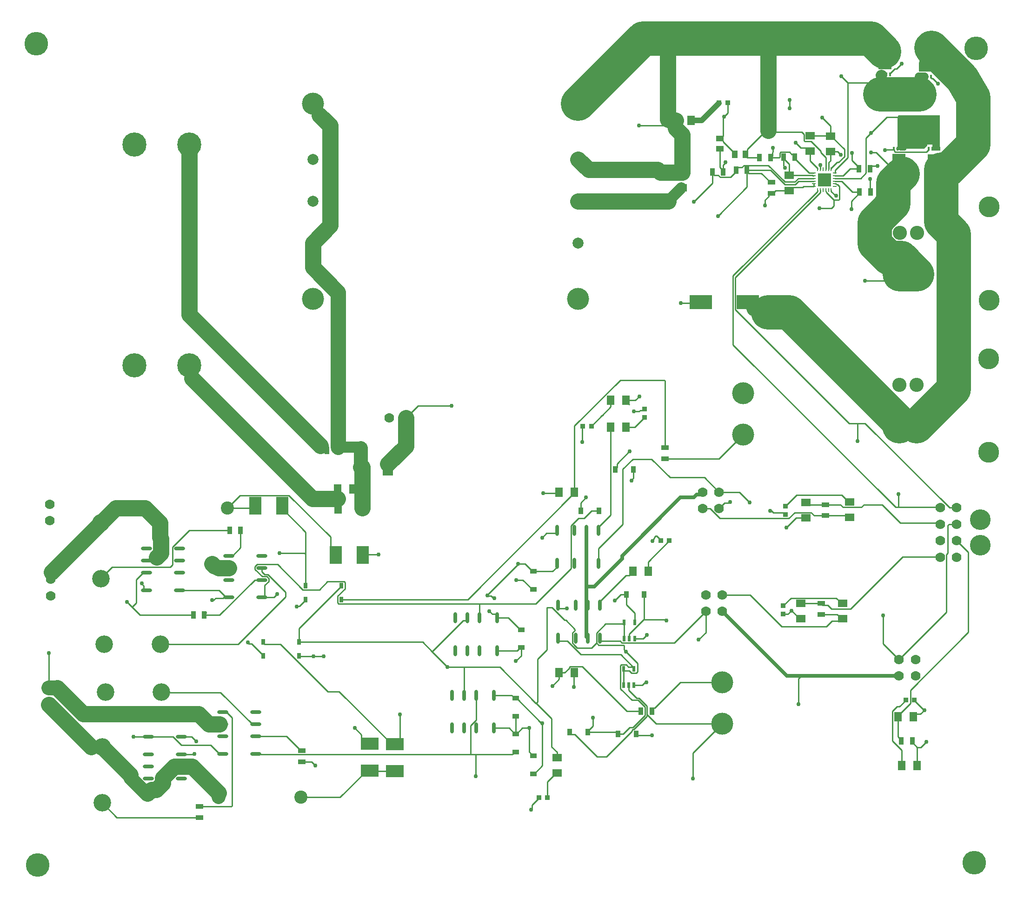
<source format=gtl>
G04*
G04 #@! TF.GenerationSoftware,Altium Limited,Altium Designer,21.7.2 (23)*
G04*
G04 Layer_Physical_Order=1*
G04 Layer_Color=255*
%FSLAX25Y25*%
%MOIN*%
G70*
G04*
G04 #@! TF.SameCoordinates,E30EF456-83D5-485C-94B1-8EC378115786*
G04*
G04*
G04 #@! TF.FilePolarity,Positive*
G04*
G01*
G75*
%ADD10C,0.01000*%
%ADD17R,0.01654X0.02756*%
%ADD18R,0.09331X0.06732*%
%ADD19C,0.03000*%
%ADD20O,0.02756X0.07874*%
%ADD21R,0.04803X0.03583*%
%ADD22R,0.03543X0.05315*%
%ADD23R,0.00984X0.02756*%
%ADD24R,0.09646X0.09646*%
%ADD25R,0.02756X0.00984*%
%ADD26R,0.06890X0.05709*%
%ADD27R,0.05709X0.06890*%
%ADD28R,0.12795X0.08661*%
%ADD29O,0.07874X0.02756*%
%ADD30R,0.08661X0.12795*%
%ADD31R,0.03583X0.04803*%
%ADD32R,0.05315X0.03543*%
%ADD33R,0.03543X0.03740*%
%ADD34R,0.03740X0.03543*%
%ADD35R,0.02362X0.03937*%
%ADD36R,0.07717X0.12402*%
%ADD37R,0.05512X0.08268*%
%ADD38R,0.03150X0.03937*%
%ADD39R,0.16339X0.09843*%
%ADD40R,0.04134X0.05512*%
%ADD41R,0.05512X0.04134*%
%ADD77C,0.24800*%
%ADD78C,0.02500*%
%ADD79C,0.02000*%
%ADD80C,0.24799*%
%ADD81C,0.01968*%
%ADD82C,0.07874*%
%ADD83C,0.06299*%
%ADD84C,0.11811*%
%ADD85C,0.05906*%
%ADD86C,0.10000*%
%ADD87C,0.10236*%
%ADD88C,0.03937*%
%ADD89C,0.11024*%
%ADD90C,0.15748*%
%ADD91C,0.10630*%
%ADD92C,0.07000*%
%ADD93C,0.10158*%
%ADD94C,0.15000*%
%ADD95C,0.15748*%
%ADD96C,0.07874*%
%ADD97C,0.12598*%
%ADD98C,0.09449*%
%ADD99C,0.17323*%
%ADD100C,0.14800*%
%ADD101C,0.16929*%
G36*
X667717Y-102362D02*
X662598D01*
Y-98032D01*
X658661D01*
Y-98819D01*
X656496Y-100984D01*
X637303D01*
Y-78248D01*
X638189Y-77165D01*
X667717D01*
Y-102362D01*
D02*
G37*
D10*
X617717Y-131496D02*
X618110Y-131890D01*
X617717Y-131496D02*
Y-122835D01*
X618988Y-113386D02*
X623228D01*
X622047Y-103543D02*
X631299Y-112795D01*
X618504Y-103543D02*
X622047D01*
X631299Y-112795D02*
X634744D01*
X638583Y-78347D02*
X638976Y-77953D01*
X629921Y-78347D02*
X638583D01*
X618504Y-89764D02*
X629921Y-78347D01*
X637303Y-100984D02*
X637402Y-100886D01*
X634744Y-101259D02*
X635071Y-101586D01*
X614945Y-118426D02*
Y-93323D01*
X611127Y-122244D02*
X614945Y-118426D01*
X617717Y-115354D02*
Y-114657D01*
X635657Y-103362D02*
X658213D01*
X617717Y-114657D02*
X618988Y-113386D01*
X635071Y-102776D02*
X635657Y-103362D01*
X614945Y-93323D02*
X618504Y-89764D01*
X635071Y-102776D02*
Y-101586D01*
X658213Y-103362D02*
X659941Y-101634D01*
X652783Y-61051D02*
X654098Y-62365D01*
X626606Y-48280D02*
X627058Y-48287D01*
X627058D01*
X625972Y-49382D02*
X627067Y-48287D01*
X625859Y-48267D02*
X626606Y-48280D01*
X627058Y-48287D02*
X627067Y-48287D01*
X652783Y-61051D02*
Y-49409D01*
X625197Y-62205D02*
Y-53681D01*
Y-63194D02*
Y-62205D01*
X662009Y-50651D02*
X662856D01*
X666535Y-54331D01*
X661646Y-50287D02*
X662009Y-50651D01*
X661344Y-50287D02*
X661646D01*
X601713Y-53681D02*
X625197D01*
Y-50157D01*
X625972Y-49382D01*
X653512Y-63779D02*
X654098Y-63194D01*
Y-62365D01*
X625197Y-63194D02*
X625783Y-63779D01*
X661319Y-49409D02*
X661344Y-50287D01*
X609055Y-115354D02*
Y-113681D01*
X628346Y-101969D02*
X628729Y-101586D01*
X634417D01*
X634744Y-101259D01*
Y-100984D01*
X642421Y-113347D02*
Y-112795D01*
X659941Y-101634D02*
Y-101083D01*
X544882Y-86221D02*
X547638Y-88976D01*
X544882Y-86221D02*
Y-86221D01*
X674675Y-358533D02*
X679850D01*
X608661Y-298031D02*
X614173D01*
X674675Y-358533D01*
X595265Y-137795D02*
X595807Y-137253D01*
Y-128153D01*
X594312Y-126657D02*
X595807Y-128153D01*
X593866Y-126657D02*
X594312D01*
X593390Y-126181D02*
X593866Y-126657D01*
X592520Y-126181D02*
X593390D01*
X583465Y-78740D02*
X589370Y-84646D01*
Y-92126D02*
Y-84646D01*
X574803Y-91732D02*
X588976D01*
X589370Y-92126D01*
X512992Y-78494D02*
Y-77953D01*
X515650Y-75295D02*
Y-68110D01*
X512992Y-77953D02*
X515650Y-75295D01*
X512492Y-78994D02*
X512992Y-78494D01*
X512492Y-92134D02*
Y-78994D01*
X520866Y-105118D02*
Y-104429D01*
X512492Y-96055D02*
X520866Y-104429D01*
X512492Y-96055D02*
Y-95268D01*
X510925Y-93701D02*
X512492Y-95268D01*
X592520Y-122244D02*
X611127D01*
X519547Y-241595D02*
Y-192150D01*
X580118Y-131579D01*
X519547Y-241595D02*
X636092Y-358139D01*
X638583D01*
X672550Y-392069D02*
X673622Y-390997D01*
Y-371125D01*
X674414Y-370333D01*
X672550Y-433366D02*
Y-392069D01*
X674414Y-370333D02*
X679850D01*
X463967Y-378870D02*
X464795D01*
X463260Y-379577D02*
X463967Y-378870D01*
X463260Y-380450D02*
Y-379577D01*
X461885Y-382366D02*
Y-381824D01*
X464795Y-378870D02*
X466445Y-380520D01*
X461885Y-381824D02*
X463260Y-380450D01*
X466445Y-380520D02*
X466543D01*
X467815Y-381890D02*
Y-381791D01*
X466543Y-380520D02*
X467815Y-381791D01*
X498990Y-336796D02*
X509449Y-347255D01*
X474348Y-336796D02*
X498990D01*
X509449Y-347255D02*
X524027D01*
X440551Y-370401D02*
Y-330854D01*
X423228Y-387723D02*
X440551Y-370401D01*
X423228Y-398425D02*
Y-387723D01*
X445276Y-318110D02*
X445413D01*
X436409Y-326976D02*
X445276Y-318110D01*
X446850Y-338435D02*
X448032Y-337254D01*
Y-331102D01*
X446850Y-332283D02*
X448032Y-331102D01*
X446850Y-338976D02*
Y-338435D01*
X436409Y-329811D02*
Y-326976D01*
X452425Y-289370D02*
X452925Y-288870D01*
X455027D01*
X448425Y-289370D02*
X452425D01*
X511800Y-420877D02*
X531674D01*
X596681Y-439539D02*
X598032Y-438189D01*
X531674Y-420877D02*
X554340Y-443543D01*
X586583D01*
X124213Y-535236D02*
X133268D01*
X124016Y-535433D02*
X124213Y-535236D01*
X97154Y-416905D02*
Y-414624D01*
X96318Y-404307D02*
X97129Y-405118D01*
X95669Y-413140D02*
X97154Y-414624D01*
X86024Y-426968D02*
X88779Y-429724D01*
X74417Y-401181D02*
X116142D01*
X98425Y-405118D02*
X98819Y-405512D01*
X95669Y-413140D02*
Y-412598D01*
X116142Y-401181D02*
X117898Y-399425D01*
X66535Y-409063D02*
X74417Y-401181D01*
X66535Y-409449D02*
Y-409063D01*
X99213Y-396457D02*
X101772D01*
X117898Y-399425D02*
Y-386810D01*
X129905Y-374803D01*
X158661D01*
X252347Y-329528D02*
Y-315165D01*
X236221Y-351969D02*
Y-344882D01*
Y-358268D02*
Y-351969D01*
Y-358268D02*
X236614Y-358661D01*
X236221Y-344882D02*
Y-344291D01*
X445284Y-406882D02*
X447638Y-404528D01*
X442921Y-406882D02*
X445284D01*
X424016Y-425787D02*
X442921Y-406882D01*
X424016Y-428346D02*
Y-425787D01*
X405823Y-456906D02*
X407792Y-458874D01*
X418215D01*
X405708Y-456906D02*
X405823D01*
X418215Y-458874D02*
X421638Y-455451D01*
X303937Y-461811D02*
X314690Y-472564D01*
X326772Y-472835D02*
X327165D01*
X314961D02*
X326772D01*
X314690D02*
X314961D01*
X421638Y-453728D02*
Y-448424D01*
X441535Y-460481D02*
X451181Y-470126D01*
X421638Y-448424D02*
X428190Y-441872D01*
X406279Y-446461D02*
Y-445632D01*
X404315Y-455513D02*
X405708Y-456906D01*
X404315Y-455513D02*
Y-448424D01*
X399729Y-439083D02*
X406279Y-445632D01*
X394906Y-454028D02*
X400709D01*
X410387Y-463705D02*
X439099D01*
X404315Y-448424D02*
X406279Y-446461D01*
X400709Y-454028D02*
X410387Y-463705D01*
X601713Y-107427D02*
Y-53681D01*
X632185Y-47736D02*
Y-47185D01*
X635536Y-43834D01*
X636874D01*
X640551Y-40157D01*
X597047Y-49016D02*
X601713Y-53681D01*
X451968Y-84252D02*
X468706D01*
X472835Y-80123D01*
X614173Y-195669D02*
X634331D01*
X639055Y-190945D01*
X363779Y-520709D02*
Y-508032D01*
X363169Y-520709D02*
X363779D01*
X348031Y-516535D02*
X358996D01*
X363169Y-520709D01*
X364390Y-495118D02*
X382264Y-512992D01*
X363779Y-495118D02*
X364390D01*
X382264Y-512992D02*
X382677D01*
X360965Y-492913D02*
X363169Y-495118D01*
X363779D01*
X348031Y-492913D02*
X360965D01*
X331496Y-535524D02*
X334646D01*
X181582D02*
X331496D01*
Y-514550D01*
X335433Y-510613D02*
Y-492913D01*
X331496Y-514550D02*
X335433Y-510613D01*
X327165Y-472835D02*
X352362D01*
X326772Y-492913D02*
Y-473228D01*
X327165Y-472835D01*
X382677Y-543524D02*
Y-512992D01*
X376988Y-549213D02*
X382677Y-543524D01*
X344939Y-432677D02*
X347032Y-434770D01*
X350394Y-437402D02*
Y-435581D01*
X349583Y-434770D02*
X350394Y-435581D01*
X347032Y-434770D02*
X349583D01*
X344882Y-432677D02*
X344939D01*
X343690Y-421642D02*
X346298D01*
X347884Y-423228D01*
X343307Y-421260D02*
X343690Y-421642D01*
X347884Y-423228D02*
X348425D01*
X378237Y-427260D02*
X403528Y-401969D01*
X337795Y-427260D02*
X378237D01*
X236790D02*
X337795D01*
X337795Y-427260D02*
X337795Y-427260D01*
X337795Y-437402D02*
Y-427260D01*
X350394Y-437402D02*
X358602D01*
X367106Y-445905D01*
X367717D01*
X363779Y-468504D02*
X367717Y-464567D01*
Y-458819D01*
X367106D02*
X367717D01*
X350394Y-461024D02*
X364902D01*
X367106Y-458819D01*
X296969Y-454843D02*
X303937Y-461811D01*
X329134Y-438681D02*
Y-437402D01*
X328323Y-439492D02*
X329134Y-438681D01*
X326256Y-439492D02*
X328323D01*
X303937Y-461811D02*
X326256Y-439492D01*
X378150Y-498622D02*
X378543D01*
X386221Y-429921D02*
X389747D01*
X398909Y-439083D01*
X386221Y-460433D02*
Y-429921D01*
X398909Y-439083D02*
X399729D01*
X94488Y-435433D02*
X132677D01*
X88779Y-429724D02*
X94488Y-435433D01*
X91732Y-426772D02*
Y-410039D01*
X88779Y-429724D02*
X91732Y-426772D01*
X151591Y-435433D02*
X176788Y-410236D01*
X140551Y-435433D02*
X141823Y-434161D01*
Y-433276D01*
X140551Y-435433D02*
X151591D01*
X560236Y-72047D02*
Y-66142D01*
X548032Y-103394D02*
Y-100394D01*
X546457Y-107480D02*
X547728Y-106209D01*
Y-103697D01*
X548032Y-103394D01*
X555905Y-107972D02*
Y-107087D01*
Y-113238D02*
Y-107972D01*
Y-113238D02*
X556693Y-114026D01*
Y-114567D02*
Y-114026D01*
X504724Y-118602D02*
Y-117717D01*
Y-125591D02*
Y-118602D01*
X491339Y-138976D02*
X504724Y-125591D01*
X610236Y-132776D02*
Y-131890D01*
X604331Y-138681D02*
X610236Y-132776D01*
X604331Y-144488D02*
Y-138681D01*
X603441Y-115354D02*
X609055D01*
X604724Y-109350D02*
Y-103937D01*
Y-109350D02*
X609055Y-113681D01*
X608661Y-298031D02*
Y-298031D01*
Y-310630D02*
Y-298031D01*
X602720D02*
X608661D01*
X608661Y-298031D01*
X638583Y-358139D02*
X667657D01*
X638189Y-357746D02*
Y-348819D01*
Y-357746D02*
X638583Y-358139D01*
X521047Y-216359D02*
X602720Y-298031D01*
X566535Y-481091D02*
X568504Y-479123D01*
X566535Y-499213D02*
Y-481091D01*
X529528Y-117421D02*
Y-116535D01*
Y-128347D02*
Y-117421D01*
X508661Y-149213D02*
X529528Y-128347D01*
X572449Y-100402D02*
X574803Y-102756D01*
X564567Y-96850D02*
X568118Y-100402D01*
X572449D01*
X482283Y-211811D02*
X495768D01*
X496555Y-211024D01*
X582087Y-115748D02*
X582094Y-115740D01*
Y-112787D01*
X582283Y-112598D01*
X589370Y-92126D02*
X589961D01*
X595189Y-110709D02*
X599350Y-106547D01*
Y-101516D01*
X594130Y-110709D02*
X595189D01*
X589961Y-92126D02*
X599350Y-101516D01*
X589961Y-114878D02*
X594130Y-110709D01*
X589961Y-115748D02*
Y-114878D01*
X594488Y-103150D02*
X596850Y-105512D01*
X589370Y-103150D02*
X594488D01*
X653642Y-49409D02*
X654232D01*
X592833Y-118307D02*
X592840Y-118299D01*
X592520Y-118307D02*
X592833D01*
X592840Y-118299D02*
Y-116299D01*
X601713Y-107427D01*
X581496Y-143701D02*
X590279D01*
X591794Y-142185D01*
Y-137795D01*
X593027Y-134646D02*
X593307D01*
X589961Y-131579D02*
Y-130709D01*
Y-131579D02*
X593027Y-134646D01*
X591794Y-137795D02*
X595265D01*
X587086Y-133087D02*
X591794Y-137795D01*
X587086Y-133087D02*
X587086D01*
X586500Y-132501D02*
X587086Y-133087D01*
X530217Y-211024D02*
X534638Y-215445D01*
X586031Y-131587D02*
X586500Y-132055D01*
Y-132501D02*
Y-132055D01*
X521047Y-193520D02*
X582079Y-132488D01*
X521047Y-216359D02*
Y-193520D01*
X582079Y-130717D02*
X582087Y-130709D01*
X582079Y-132488D02*
Y-130717D01*
X580118Y-131579D02*
Y-130709D01*
X512598Y-116831D02*
Y-112746D01*
Y-117717D02*
Y-116831D01*
X514173Y-111171D02*
Y-110630D01*
X512598Y-112746D02*
X514173Y-111171D01*
X589370Y-109502D02*
Y-103150D01*
X587992Y-110880D02*
X589370Y-109502D01*
X587992Y-115748D02*
Y-110880D01*
X580118Y-115748D02*
Y-114878D01*
X574803Y-109563D02*
Y-102756D01*
Y-109563D02*
X580118Y-114878D01*
X657480Y-42224D02*
X658779D01*
X598520Y-120276D02*
X603441Y-115354D01*
X592520Y-120276D02*
X598520D01*
X546358Y-133071D02*
X547244D01*
X545087Y-134343D02*
X546358Y-133071D01*
X545087Y-135228D02*
Y-134343D01*
X542583Y-137732D02*
X545087Y-135228D01*
X542583Y-141669D02*
Y-137732D01*
X542520Y-141732D02*
X542583Y-141669D01*
X597339Y-124213D02*
X605016Y-131890D01*
X610236D01*
X592520Y-124213D02*
X597339D01*
X576492Y-120079D02*
X576689Y-120276D01*
X577559D01*
X559842Y-120079D02*
X576492D01*
X556853Y-124803D02*
X563920D01*
X566479Y-122244D01*
X544928Y-112878D02*
X556853Y-124803D01*
X564073Y-126772D02*
X566632Y-124213D01*
X562787Y-128748D02*
X569435D01*
X560433Y-131102D02*
X562787Y-128748D01*
X570034Y-128150D02*
X577559D01*
X546464Y-116535D02*
X556701Y-126772D01*
X564073D01*
X569435Y-128748D02*
X570034Y-128150D01*
X550098Y-131102D02*
X560433D01*
X566479Y-122244D02*
X577559D01*
X527342Y-112878D02*
X544928D01*
X522925Y-114378D02*
X525842D01*
X521654Y-115650D02*
X522925Y-114378D01*
X525842D02*
X527342Y-112878D01*
X529528Y-116535D02*
X546464D01*
X521654D02*
Y-115650D01*
X566632Y-124213D02*
X577559D01*
X529528Y-117421D02*
X530799Y-118693D01*
X539854D01*
X546358Y-125197D02*
X547244D01*
X539854Y-118693D02*
X546358Y-125197D01*
X555905Y-107972D02*
X559842Y-111909D01*
Y-120079D02*
Y-111909D01*
X505996Y-119874D02*
X508913D01*
X521654Y-117421D02*
Y-116535D01*
X504724Y-118602D02*
X505996Y-119874D01*
X508913D02*
X510413Y-121374D01*
X517701D01*
X521654Y-117421D01*
X548130Y-133071D02*
X550098Y-131102D01*
X547244Y-133071D02*
X548130D01*
X577559Y-128150D02*
Y-126181D01*
X563779Y-107972D02*
X574114Y-118307D01*
X577559D01*
X563779Y-107972D02*
Y-107087D01*
X561622Y-104929D02*
X562508D01*
X560122Y-103429D02*
X561622Y-104929D01*
X553720Y-103429D02*
X560122D01*
X553134Y-104015D02*
X553720Y-103429D01*
X563779Y-107087D02*
Y-106201D01*
X562508Y-104929D02*
X563779Y-106201D01*
X553134Y-106895D02*
Y-104015D01*
X546457Y-107480D02*
X552548D01*
X553134Y-106895D01*
X547638Y-88976D02*
X568737D01*
X570358Y-90598D01*
Y-95001D02*
X570944Y-95587D01*
X575347D01*
X570358Y-95001D02*
Y-90598D01*
X575347Y-95587D02*
X582339Y-102578D01*
X529637Y-101465D02*
X544882Y-86221D01*
X528346Y-105118D02*
X529637Y-103827D01*
Y-101465D01*
X582339Y-103832D02*
Y-102578D01*
Y-103832D02*
X586024Y-107517D01*
Y-115748D02*
Y-107517D01*
X529913Y-107374D02*
X530602D01*
X530709Y-107480D01*
X528346Y-105807D02*
Y-105118D01*
Y-105807D02*
X529913Y-107374D01*
X530709Y-107480D02*
X538583D01*
X510236Y-114469D02*
X512598Y-116831D01*
X510236Y-114469D02*
Y-101181D01*
Y-93701D02*
X510925D01*
X512492Y-92134D01*
X472185Y-21910D02*
X472835D01*
X478375Y-85068D02*
Y-80737D01*
X509547Y-68209D02*
Y-68110D01*
X482480Y-129134D02*
X483071D01*
X277165Y-528150D02*
X280709Y-524606D01*
Y-506693D01*
X335039Y-551181D02*
Y-535917D01*
X334646Y-535524D02*
X335039Y-535917D01*
X334646Y-535524D02*
X361292D01*
X183138Y-422835D02*
X190551D01*
X181890D02*
X183138D01*
X190551D02*
X192913Y-420472D01*
X109055Y-456299D02*
X164961D01*
X186055Y-406358D02*
X198819Y-419122D01*
X164961Y-456299D02*
X198819Y-422441D01*
Y-419122D01*
X172419Y-455884D02*
X174309D01*
X171653Y-455118D02*
X172419Y-455884D01*
X174309D02*
X182874Y-464449D01*
X365354Y-399016D02*
Y-398819D01*
X343307Y-421260D02*
Y-421063D01*
X365354Y-399016D01*
X213189Y-391732D02*
Y-375886D01*
Y-414291D02*
Y-391732D01*
X212402Y-390945D02*
X213189Y-391732D01*
X194488Y-390945D02*
X212402D01*
X254528Y-392126D02*
X265354D01*
X254134Y-392520D02*
X254528Y-392126D01*
X177559Y-535039D02*
X177895Y-535375D01*
X181434D01*
X181582Y-535524D01*
X361878Y-534938D02*
Y-534913D01*
X361292Y-535524D02*
X361878Y-534938D01*
X110236Y-490945D02*
X152165D01*
X109843Y-490551D02*
X110236Y-490945D01*
X218307Y-71965D02*
Y-68583D01*
Y-71965D02*
X223244Y-76903D01*
X133268Y-535236D02*
X133465Y-535039D01*
X210630Y-540551D02*
X217323D01*
X220079Y-543307D01*
X137008Y-572835D02*
X159788D01*
X160374Y-572249D01*
Y-508996D01*
X175000Y-513779D02*
X177559D01*
X152165Y-490945D02*
X175000Y-513779D01*
X182874Y-455236D02*
X183949Y-456311D01*
X228979Y-490315D02*
X237264D01*
X275098Y-528150D02*
X277165D01*
X182874Y-455236D02*
Y-454843D01*
X183949Y-456311D02*
X194975D01*
X228979Y-490315D01*
X237264D02*
X275098Y-528150D01*
X256988Y-527756D02*
X259055D01*
X253157Y-523925D02*
X256988Y-527756D01*
X253157Y-523925D02*
Y-521268D01*
X248425Y-516535D02*
X253157Y-521268D01*
X259252Y-547244D02*
X282677D01*
X209842Y-566142D02*
X237894D01*
X256988Y-547047D01*
X259055D01*
X361878Y-534913D02*
X363169Y-533622D01*
X177559Y-522441D02*
X199508D01*
X209744Y-532677D01*
X210630D01*
Y-540551D02*
X211902Y-541823D01*
X153937Y-505118D02*
X156496D01*
X160374Y-508996D01*
X89764Y-522835D02*
X100394D01*
X151378Y-535039D02*
X153937D01*
X145108Y-528769D02*
X151378Y-535039D01*
X124028Y-528769D02*
X145108D01*
X118094Y-522835D02*
X124028Y-528769D01*
X100394Y-522835D02*
X118094D01*
X154659Y-421310D02*
Y-421228D01*
X151147Y-417717D02*
X154659Y-421228D01*
X156184Y-422835D02*
X158268D01*
X154659Y-421310D02*
X156184Y-422835D01*
X157932Y-423171D02*
X158268Y-422835D01*
X154245Y-423228D02*
X154303Y-423171D01*
X147145Y-424803D02*
X148720Y-423228D01*
X154303Y-423171D02*
X157932D01*
X148720Y-423228D02*
X154245D01*
X146063Y-424803D02*
X147145D01*
X131496Y-522835D02*
X134646Y-525984D01*
X124016Y-522835D02*
X131496D01*
X361878Y-532331D02*
X363169Y-533622D01*
X363779D01*
X259055Y-547047D02*
X259252Y-547244D01*
X137008Y-580709D02*
X137894D01*
X77953D02*
X137008D01*
X67323Y-570079D02*
X77953Y-580709D01*
X59449Y-529921D02*
X67323D01*
X151378Y-513779D02*
X153937D01*
X210630Y-532677D02*
X211516D01*
X240769Y-411323D02*
X241354Y-411909D01*
X228953Y-411323D02*
X240769D01*
X223016Y-417260D02*
X228953Y-411323D01*
X182251Y-407858D02*
X185434D01*
X186827Y-409251D01*
Y-411221D02*
Y-409251D01*
X183949Y-414099D02*
X186827Y-411221D01*
X236205Y-426674D02*
X236790Y-427260D01*
X183949Y-422023D02*
Y-414099D01*
X236205Y-426674D02*
Y-421866D01*
X183138Y-422835D02*
X183949Y-422023D01*
X236205Y-421866D02*
X241354Y-416716D01*
Y-411909D01*
X176953Y-402560D02*
X182251Y-407858D01*
X176953Y-400590D02*
X178346Y-399197D01*
X193137D02*
X211200Y-417260D01*
X181890Y-404314D02*
X183934Y-406358D01*
X176953Y-402560D02*
Y-400590D01*
X178346Y-399197D02*
X193137D01*
X183934Y-406358D02*
X186055D01*
X211200Y-417260D02*
X223016D01*
X329449Y-424291D02*
X405905Y-347835D01*
Y-347244D02*
Y-299767D01*
Y-347835D02*
Y-347244D01*
X238779Y-424291D02*
X329449D01*
X196457Y-359154D02*
X213189Y-375886D01*
X181890Y-404314D02*
Y-401575D01*
X208729Y-429145D02*
X213189Y-424685D01*
X207076Y-429145D02*
X208729D01*
X206693Y-429528D02*
X207076Y-429145D01*
X176788Y-410236D02*
X181890D01*
X122835Y-417717D02*
X151147D01*
X97129Y-405118D02*
X98425D01*
X96653D02*
X97129D01*
X98425D02*
X99213D01*
X160827Y-392913D02*
X166535Y-387205D01*
X158268Y-392913D02*
X160827D01*
X166535Y-387205D02*
Y-374803D01*
X231012Y-388689D02*
X234842Y-392520D01*
X231012Y-388689D02*
Y-379499D01*
X201202Y-349689D02*
X231012Y-379499D01*
X166059Y-349689D02*
X201202D01*
X157087Y-358661D02*
X166059Y-349689D01*
X91732Y-410039D02*
X96653Y-405118D01*
X365354Y-398819D02*
X370413D01*
X375768Y-404173D02*
X376378D01*
X370413Y-398819D02*
X375768Y-404173D01*
X97154Y-416905D02*
X97965Y-417717D01*
X99213D01*
X196457Y-359154D02*
Y-357087D01*
X157087Y-358661D02*
X175591D01*
X177165Y-357087D01*
X213189Y-424685D02*
Y-424291D01*
X208465Y-445000D02*
X238779Y-414685D01*
X208465Y-454843D02*
Y-445000D01*
X238779Y-414685D02*
Y-414291D01*
X434646Y-425197D02*
X438976Y-420866D01*
X530217Y-211024D02*
X533465D01*
X447757Y-323648D02*
X461200D01*
X440551Y-330854D02*
X447757Y-323648D01*
X461200D02*
X474348Y-336796D01*
X236221Y-317323D02*
Y-315165D01*
X252347D02*
X252933Y-315751D01*
X272264Y-329528D02*
Y-327185D01*
X285039Y-294094D02*
X293701Y-285433D01*
X638594Y-467323D02*
X672550Y-433366D01*
X667657Y-393539D02*
X668050Y-393933D01*
X641166Y-393539D02*
X667657D01*
X679850Y-382133D02*
X688189Y-390472D01*
Y-447691D02*
Y-390472D01*
X646638Y-489243D02*
X688189Y-447691D01*
X668137Y-369291D02*
X668587Y-369742D01*
X639149Y-368999D02*
X639441Y-369291D01*
X668137D01*
X668587Y-369742D02*
X669295Y-369291D01*
X626449Y-356299D02*
X639149Y-368999D01*
X447209Y-518050D02*
X447794Y-517465D01*
X447209Y-518630D02*
Y-518050D01*
X447794Y-517465D02*
X448374D01*
X471654Y-438677D02*
X471726Y-438605D01*
X455492Y-438677D02*
X471654D01*
X445276Y-448894D02*
X455492Y-438677D01*
X455905Y-438264D01*
X651575Y-530413D02*
X654232D01*
X658268Y-526378D01*
X627165Y-455895D02*
Y-435827D01*
Y-455895D02*
X638594Y-467323D01*
X497649Y-347255D02*
X498797Y-346107D01*
X449606Y-281496D02*
X452362Y-278740D01*
X442913Y-281496D02*
X449606D01*
X438743Y-266929D02*
X470280D01*
X470866Y-315354D02*
Y-267515D01*
X405905Y-299767D02*
X438743Y-266929D01*
X470280D02*
X470866Y-267515D01*
X451181Y-476020D02*
Y-470126D01*
X450217Y-476984D02*
X451181Y-476020D01*
X446770Y-476984D02*
X450217D01*
X447753Y-515965D02*
X456315Y-507402D01*
X451522Y-496466D02*
X456315Y-501259D01*
Y-507402D02*
Y-501259D01*
X428693Y-537146D02*
X447209Y-518630D01*
X422053Y-537146D02*
X428693D01*
X437087Y-520583D02*
X440756D01*
X445374Y-515965D01*
X447753D01*
X389627Y-530066D02*
X393307Y-533747D01*
Y-537795D02*
Y-533747D01*
X386614Y-566535D02*
Y-554921D01*
X392717Y-548819D01*
X393307D01*
X374803Y-575197D02*
X375569Y-574432D01*
Y-571577D01*
X389627Y-530066D02*
Y-509705D01*
X378543Y-498622D02*
X389627Y-509705D01*
X415512Y-519291D02*
Y-518681D01*
X419291Y-514902D01*
Y-509055D01*
X218898Y-464961D02*
X225984D01*
X208583D02*
X218898D01*
X394882Y-476772D02*
X398902D01*
X394882D02*
Y-476181D01*
Y-481496D02*
Y-476772D01*
X390158Y-486221D02*
X394882Y-481496D01*
X656398Y-503543D02*
X656693D01*
X656693D01*
X648819Y-508268D02*
X650715Y-506372D01*
X653864D01*
X656693Y-503543D01*
X649409Y-496555D02*
Y-496457D01*
Y-496555D02*
X656398Y-503543D01*
X457729Y-449606D02*
X457874D01*
X449016Y-452362D02*
X454973D01*
X457729Y-449606D01*
X408465Y-208583D02*
X409094Y-209213D01*
X574803Y-91732D02*
X576772Y-93701D01*
X561417Y-432283D02*
X561614D01*
X567520Y-438189D02*
X568110D01*
X561614Y-432283D02*
X567520Y-438189D01*
X558858Y-434842D02*
X561417Y-432283D01*
X555512Y-434842D02*
X558858D01*
X548630Y-362114D02*
X555815D01*
X546063Y-360630D02*
X547145D01*
X555815Y-362114D02*
X557087Y-363386D01*
X547145Y-360630D02*
X548630Y-362114D01*
X564961Y-365748D02*
X571654D01*
X557874Y-372835D02*
X564961Y-365748D01*
X516558Y-355096D02*
X517323Y-354331D01*
X509449Y-359055D02*
X513408Y-355096D01*
X516558D01*
X524027Y-347255D02*
X531496Y-354724D01*
X455027Y-288870D02*
X456299Y-287598D01*
X435118Y-331102D02*
X436409Y-329811D01*
X411417Y-311417D02*
Y-300492D01*
X411909Y-300000D01*
X410472Y-354882D02*
X414173Y-351181D01*
X410472Y-360630D02*
Y-354882D01*
X383465Y-348031D02*
X394094D01*
X394882Y-347244D01*
X392496Y-376862D02*
X393307Y-376051D01*
X382677Y-379921D02*
X385736Y-376862D01*
X393307Y-376051D02*
Y-374803D01*
X385736Y-376862D02*
X392496D01*
X368917Y-410236D02*
X375768Y-417087D01*
X376378D01*
X364173Y-410236D02*
X368917D01*
X394094Y-429746D02*
X394906Y-430557D01*
X394094Y-429746D02*
Y-428346D01*
X394906Y-430557D02*
X400242D01*
X400394Y-430709D01*
X450787Y-521654D02*
X461417D01*
X450000Y-520866D02*
X450787Y-521654D01*
X456398Y-483858D02*
X457480D01*
X448622Y-485827D02*
X454429D01*
X456398Y-483858D01*
X405512Y-477165D02*
X405905Y-476772D01*
X405512Y-487008D02*
Y-477165D01*
X374476Y-535008D02*
X375768Y-536299D01*
X374476Y-535008D02*
Y-534398D01*
X373622Y-533543D02*
X374476Y-534398D01*
X375768Y-536299D02*
X376378D01*
X373622Y-533543D02*
Y-516535D01*
X380512Y-566634D02*
Y-566535D01*
X375569Y-571577D02*
X380512Y-566634D01*
X368563Y-516535D02*
X373622D01*
X363779Y-520709D02*
X364390D01*
X368563Y-516535D01*
X182874Y-464843D02*
Y-464449D01*
X68898Y-456299D02*
X70791Y-454405D01*
X613509Y-356299D02*
X626449D01*
X611623Y-358185D02*
X613509Y-356299D01*
X489370Y-80709D02*
Y-80118D01*
X632037Y-33415D02*
X632185Y-33563D01*
X590075Y-431020D02*
X603685D01*
X641166Y-393539D01*
X583949Y-428437D02*
X587492D01*
X590075Y-431020D01*
X582677Y-427165D02*
X583949Y-428437D01*
X646638Y-498835D02*
Y-489243D01*
X637795Y-507677D02*
X646638Y-498835D01*
X637795Y-508268D02*
Y-507677D01*
X643307Y-496555D02*
Y-496457D01*
X633941Y-504409D02*
X637232Y-501118D01*
X638744D02*
X643307Y-496555D01*
X637232Y-501118D02*
X638744D01*
X633941Y-525611D02*
Y-504409D01*
X648032Y-526870D02*
Y-525098D01*
Y-526870D02*
X651575Y-530413D01*
Y-543307D02*
Y-530413D01*
X633941Y-525611D02*
X640551Y-532221D01*
Y-543307D02*
Y-532221D01*
X637795Y-522736D02*
Y-508268D01*
Y-522736D02*
X640158Y-525098D01*
X494882Y-453150D02*
X500000Y-448032D01*
Y-432677D01*
X590587Y-439539D02*
X596681D01*
X586583Y-443543D02*
X590587Y-439539D01*
X594291Y-435039D02*
X597441Y-438189D01*
X598032D01*
X582677Y-435039D02*
X594291D01*
X555610Y-428740D02*
X561039Y-423311D01*
X593587D01*
X597441Y-427165D01*
X598032D01*
X555512Y-428740D02*
X555610D01*
X568110Y-427165D02*
X568110Y-427165D01*
X582677D01*
X490945Y-534252D02*
X511811Y-513386D01*
X490945Y-552756D02*
Y-534252D01*
X596554Y-356299D02*
X598439Y-358185D01*
X585827Y-356299D02*
X596554D01*
X598439Y-358185D02*
X611623D01*
X557185Y-357283D02*
X565098Y-349370D01*
X571654Y-354724D02*
X573228Y-356299D01*
X585827D01*
X565098Y-349370D02*
X597598D01*
X602559Y-354331D01*
X603150D01*
X557087Y-357283D02*
X557185D01*
X601968Y-364173D02*
X603150Y-365354D01*
X585827Y-364173D02*
X601968D01*
X577792D02*
X585827D01*
X575513Y-361894D02*
X577792Y-364173D01*
X563635Y-361894D02*
X575513D01*
X559371Y-366158D02*
X563635Y-361894D01*
X510187Y-366158D02*
X559371D01*
X503085Y-359055D02*
X510187Y-366158D01*
X497649Y-359055D02*
X503085D01*
X442913Y-282087D02*
X445268Y-284441D01*
X442913Y-282087D02*
Y-281496D01*
X423031Y-456906D02*
X441012D01*
X438637Y-454028D02*
X439940Y-455331D01*
X421638Y-455513D02*
Y-453728D01*
X441012Y-456906D02*
X441535Y-457428D01*
Y-460481D02*
Y-457428D01*
X439940Y-455331D02*
X477347D01*
X500000Y-432677D01*
X421638Y-455513D02*
X423031Y-456906D01*
X424016Y-453216D02*
X424827Y-454028D01*
X438637D01*
X424016Y-453216D02*
Y-451968D01*
X441535Y-452362D02*
Y-441191D01*
X406101Y-521193D02*
X422053Y-537146D01*
X402598Y-519902D02*
X403890Y-521193D01*
X406101D01*
X443456Y-504331D02*
X453543D01*
X402637Y-472327D02*
X411452D01*
X443456Y-504331D01*
X447218Y-496466D02*
X451522D01*
X438961Y-488209D02*
X447218Y-496466D01*
X438961Y-488209D02*
Y-471633D01*
X378543Y-498622D02*
X379618Y-497547D01*
Y-467035D01*
X386221Y-460433D01*
X375768Y-549213D02*
X376378D01*
X376988D01*
X352362Y-472835D02*
X378150Y-498622D01*
X439099Y-463705D02*
X447941Y-472547D01*
X448374Y-517465D02*
X457815Y-508024D01*
X438961Y-471633D02*
X439546Y-471047D01*
X442994D01*
X447941Y-472547D02*
X448622Y-473228D01*
X457815Y-506572D02*
X464629Y-513386D01*
X444494Y-472547D02*
X447941D01*
X450553Y-494967D02*
X452144D01*
X448622Y-474016D02*
Y-473228D01*
X444882Y-489295D02*
X450553Y-494967D01*
X457815Y-508024D02*
Y-506572D01*
X452144Y-494967D02*
X457815Y-500638D01*
Y-506572D02*
Y-500638D01*
X442994Y-471047D02*
X444494Y-472547D01*
X444882Y-489295D02*
Y-485827D01*
X445270Y-475484D02*
X446770Y-476984D01*
X464629Y-513386D02*
X511811D01*
X461417Y-503445D02*
X462689Y-502173D01*
X463575D02*
X481890Y-483858D01*
X462689Y-502173D02*
X463575D01*
X461417Y-504331D02*
Y-503445D01*
X481890Y-483858D02*
X511811D01*
X398902Y-476772D02*
X402051Y-473622D01*
Y-472913D01*
X402637Y-472327D01*
X455905Y-438264D02*
Y-420866D01*
X445276Y-452362D02*
Y-448894D01*
X449016Y-440551D02*
Y-433937D01*
X442992Y-427913D02*
Y-420866D01*
Y-427913D02*
X449016Y-433937D01*
X438976Y-420866D02*
X442992D01*
X447638Y-404528D02*
Y-403937D01*
X415354Y-428346D02*
Y-425787D01*
X403528Y-401969D02*
Y-371259D01*
X441535Y-441191D02*
Y-440551D01*
X428190Y-441872D02*
X440854D01*
X441535Y-441191D01*
X390118Y-404173D02*
X393307Y-400984D01*
X376378Y-404173D02*
X390118D01*
X394094Y-453216D02*
Y-451968D01*
Y-453216D02*
X394906Y-454028D01*
X441823Y-475484D02*
X445270D01*
X414567Y-398425D02*
Y-396874D01*
X442913Y-300787D02*
X449114D01*
X456201Y-293701D01*
X441142Y-474803D02*
Y-474016D01*
Y-485827D02*
Y-474803D01*
X441823Y-475484D01*
X458661Y-403937D02*
Y-397244D01*
X473917Y-381988D01*
Y-381890D01*
X435795Y-519291D02*
X437087Y-520583D01*
X415512Y-519291D02*
X435795D01*
X402598Y-519902D02*
Y-519291D01*
X473917Y-381890D02*
Y-381791D01*
X29134Y-487795D02*
Y-462598D01*
X208465Y-454843D02*
X296969D01*
X408842Y-365945D02*
X412886D01*
X418201Y-360630D01*
X403528Y-371259D02*
X408842Y-365945D01*
X418201Y-360630D02*
X423386D01*
X470866Y-323228D02*
X509449D01*
X526772Y-305906D01*
X423228Y-372244D02*
X431890Y-363583D01*
Y-300787D01*
X423228Y-374803D02*
Y-372244D01*
X456201Y-293701D02*
X456299D01*
X425537Y-292376D02*
X425636D01*
X431890Y-286122D02*
Y-281496D01*
X418012Y-300000D02*
Y-299902D01*
X425537Y-292376D01*
X425636D02*
X431890Y-286122D01*
X393307Y-400984D02*
Y-399673D01*
X394118Y-400484D01*
X393307Y-399673D02*
Y-398425D01*
X208465Y-464843D02*
X208583Y-464961D01*
X30315Y-421654D02*
X30331Y-421669D01*
X30315Y-409842D02*
X30984Y-409173D01*
Y-404843D01*
X293701Y-285433D02*
X317717D01*
X481890Y-130315D02*
X483071Y-129134D01*
D17*
X659941Y-101083D02*
D03*
X662500D02*
D03*
X665059D02*
D03*
X667618D02*
D03*
Y-112894D02*
D03*
X665059D02*
D03*
X659941D02*
D03*
X662500D02*
D03*
X637303Y-112795D02*
D03*
X634744D02*
D03*
X639862D02*
D03*
X642421D02*
D03*
Y-100984D02*
D03*
X639862D02*
D03*
X637303D02*
D03*
X634744D02*
D03*
X661319Y-49409D02*
D03*
X658760D02*
D03*
X656201D02*
D03*
X653642D02*
D03*
Y-37598D02*
D03*
X656201D02*
D03*
X661319D02*
D03*
X658760D02*
D03*
X629626Y-35925D02*
D03*
X632185D02*
D03*
X627067D02*
D03*
X624508D02*
D03*
Y-47736D02*
D03*
X627067D02*
D03*
X629626D02*
D03*
X632185D02*
D03*
D18*
X663779Y-108268D02*
D03*
X638583Y-108169D02*
D03*
X657480Y-42224D02*
D03*
X628346Y-40551D02*
D03*
D19*
X618504Y-89764D02*
D03*
X508661Y-149213D02*
D03*
X451968Y-84252D02*
D03*
X560236Y-66142D02*
D03*
X556693Y-114567D02*
D03*
X491339Y-138976D02*
D03*
X604331Y-144488D02*
D03*
X604724Y-103937D02*
D03*
X608661Y-310630D02*
D03*
X638189Y-348819D02*
D03*
X597047Y-49016D02*
D03*
X614173Y-195669D02*
D03*
X566535Y-499213D02*
D03*
X564567Y-96850D02*
D03*
X335039Y-551181D02*
D03*
X192913Y-420472D02*
D03*
X343307Y-421260D02*
D03*
X194488Y-390945D02*
D03*
X225984Y-464961D02*
D03*
X314961Y-472835D02*
D03*
X317717Y-285433D02*
D03*
X531496Y-354724D02*
D03*
X490945Y-552756D02*
D03*
X85039Y-425984D02*
D03*
X627165Y-435827D02*
D03*
X494882Y-453150D02*
D03*
X280709Y-506693D02*
D03*
X29134Y-462598D02*
D03*
X617717Y-122835D02*
D03*
X623228Y-113386D02*
D03*
X666535Y-54331D02*
D03*
X618504Y-103543D02*
D03*
X628346Y-101969D02*
D03*
X512992Y-77953D02*
D03*
X461885Y-382366D02*
D03*
X445413Y-318110D02*
D03*
X446850Y-338976D02*
D03*
X448425Y-289370D02*
D03*
X95669Y-412598D02*
D03*
X540945Y-220079D02*
D03*
X541823Y-215445D02*
D03*
X149213Y-396063D02*
D03*
X149606Y-400394D02*
D03*
X146063Y-398819D02*
D03*
X146850Y-403150D02*
D03*
X640551Y-40157D02*
D03*
X344882Y-432677D02*
D03*
X348425Y-423228D02*
D03*
X363779Y-468504D02*
D03*
X548032Y-100394D02*
D03*
X560236Y-72047D02*
D03*
X482283Y-211811D02*
D03*
X582283Y-112598D02*
D03*
X596850Y-105512D02*
D03*
X581496Y-143701D02*
D03*
X593307Y-134646D02*
D03*
X514173Y-110630D02*
D03*
X583465Y-78740D02*
D03*
X542520Y-141732D02*
D03*
X171653Y-455118D02*
D03*
X265354Y-392126D02*
D03*
X133465Y-535039D02*
D03*
X220079Y-543307D02*
D03*
X89764Y-522835D02*
D03*
X146063Y-424803D02*
D03*
X134646Y-525984D02*
D03*
X248425Y-516535D02*
D03*
X206693Y-429528D02*
D03*
X365354Y-398819D02*
D03*
X434646Y-425197D02*
D03*
X471654Y-439370D02*
D03*
X658268Y-526378D02*
D03*
X544882Y-218504D02*
D03*
X452362Y-278740D02*
D03*
X442913Y-461811D02*
D03*
X374803Y-575197D02*
D03*
X382677Y-512992D02*
D03*
X419291Y-509055D02*
D03*
X390158Y-486221D02*
D03*
X218898Y-464961D02*
D03*
X656693Y-503543D02*
D03*
X457874Y-449606D02*
D03*
X561417Y-432283D02*
D03*
X546063Y-360630D02*
D03*
X557874Y-372835D02*
D03*
X517323Y-354331D02*
D03*
X411417Y-311417D02*
D03*
X414173Y-351181D02*
D03*
X383465Y-348031D02*
D03*
X382677Y-379921D02*
D03*
X364173Y-410236D02*
D03*
X400394Y-430709D02*
D03*
X461417Y-521654D02*
D03*
X457480Y-483858D02*
D03*
X405512Y-487008D02*
D03*
X373622Y-516535D02*
D03*
D20*
X348031Y-492913D02*
D03*
X335433D02*
D03*
X326772D02*
D03*
X318110D02*
D03*
X348031Y-516535D02*
D03*
X335433Y-516535D02*
D03*
X326772D02*
D03*
X318110D02*
D03*
X350394Y-437402D02*
D03*
X337795D02*
D03*
X329134D02*
D03*
X320472D02*
D03*
X350394Y-461024D02*
D03*
X337795Y-461024D02*
D03*
X329134D02*
D03*
X320472D02*
D03*
X423228Y-374803D02*
D03*
X414567D02*
D03*
X405905D02*
D03*
X393307Y-374803D02*
D03*
X423228Y-398425D02*
D03*
X414567D02*
D03*
X405905D02*
D03*
X393307D02*
D03*
X394094Y-451968D02*
D03*
X406693D02*
D03*
X415354D02*
D03*
X424016D02*
D03*
X394094Y-428346D02*
D03*
X406693Y-428346D02*
D03*
X415354D02*
D03*
X424016D02*
D03*
D21*
X363779Y-495118D02*
D03*
Y-508032D02*
D03*
X367717Y-445905D02*
D03*
Y-458819D02*
D03*
X376378Y-536299D02*
D03*
Y-549213D02*
D03*
Y-417087D02*
D03*
Y-404173D02*
D03*
X363779Y-520709D02*
D03*
Y-533622D02*
D03*
D22*
X555905Y-107087D02*
D03*
X563779D02*
D03*
X140551Y-435433D02*
D03*
X132677D02*
D03*
X504724Y-117717D02*
D03*
X512598D02*
D03*
X521654Y-116535D02*
D03*
X529528D02*
D03*
X617717Y-115354D02*
D03*
X609842D02*
D03*
X618110Y-131890D02*
D03*
X610236D02*
D03*
X546457Y-107480D02*
D03*
X538583D02*
D03*
X461417Y-504331D02*
D03*
X453543D02*
D03*
X158661Y-374803D02*
D03*
X166535D02*
D03*
X236221Y-317323D02*
D03*
X228346D02*
D03*
X648032Y-525541D02*
D03*
X640158D02*
D03*
D23*
X586024Y-130709D02*
D03*
X589961D02*
D03*
X582087D02*
D03*
X587992D02*
D03*
X584055D02*
D03*
X580118D02*
D03*
X586024Y-115748D02*
D03*
X584055D02*
D03*
X580118D02*
D03*
X582087D02*
D03*
X587992D02*
D03*
X589961D02*
D03*
D24*
X585039Y-123228D02*
D03*
D25*
X592520Y-118307D02*
D03*
Y-120276D02*
D03*
Y-122244D02*
D03*
Y-124213D02*
D03*
Y-126181D02*
D03*
Y-128150D02*
D03*
X577559D02*
D03*
Y-126181D02*
D03*
Y-124213D02*
D03*
Y-122244D02*
D03*
Y-120276D02*
D03*
Y-118307D02*
D03*
D26*
X559842Y-120079D02*
D03*
Y-131102D02*
D03*
X393307Y-548819D02*
D03*
Y-537795D02*
D03*
X589370Y-92126D02*
D03*
Y-103150D02*
D03*
X574803Y-91732D02*
D03*
Y-102756D02*
D03*
X603150Y-354331D02*
D03*
Y-365354D02*
D03*
X571654Y-365748D02*
D03*
Y-354724D02*
D03*
X568110Y-438189D02*
D03*
Y-427165D02*
D03*
X598032D02*
D03*
Y-438189D02*
D03*
X483071Y-118110D02*
D03*
Y-129134D02*
D03*
D27*
X478346Y-80709D02*
D03*
X489370D02*
D03*
X431890Y-300787D02*
D03*
X442913D02*
D03*
X394882Y-347244D02*
D03*
X405905D02*
D03*
Y-476772D02*
D03*
X394882D02*
D03*
X637795Y-508268D02*
D03*
X648819D02*
D03*
X640551Y-543307D02*
D03*
X651575D02*
D03*
X431890Y-281496D02*
D03*
X442913D02*
D03*
X458661Y-403937D02*
D03*
X447638D02*
D03*
X247244Y-344882D02*
D03*
X236221D02*
D03*
D28*
X259055Y-527756D02*
D03*
Y-547047D02*
D03*
X277165Y-547441D02*
D03*
Y-528150D02*
D03*
D29*
X124016Y-552756D02*
D03*
Y-544095D02*
D03*
Y-535433D02*
D03*
X124016Y-522835D02*
D03*
X100394Y-552756D02*
D03*
Y-544095D02*
D03*
Y-535433D02*
D03*
Y-522835D02*
D03*
X153937Y-505118D02*
D03*
Y-513779D02*
D03*
Y-522441D02*
D03*
X153937Y-535039D02*
D03*
X177559Y-505118D02*
D03*
Y-513779D02*
D03*
Y-522441D02*
D03*
Y-535039D02*
D03*
X158268Y-392913D02*
D03*
Y-401575D02*
D03*
Y-410236D02*
D03*
X158268Y-422835D02*
D03*
X181890Y-392913D02*
D03*
Y-401575D02*
D03*
Y-410236D02*
D03*
Y-422835D02*
D03*
X99213Y-387795D02*
D03*
Y-396457D02*
D03*
Y-405118D02*
D03*
X99213Y-417717D02*
D03*
X122835Y-387795D02*
D03*
Y-396457D02*
D03*
Y-405118D02*
D03*
Y-417717D02*
D03*
D30*
X196457Y-357087D02*
D03*
X177165D02*
D03*
X234842Y-392520D02*
D03*
X254134D02*
D03*
D31*
X455905Y-420866D02*
D03*
X442992D02*
D03*
X410472Y-360630D02*
D03*
X423386D02*
D03*
X437087Y-520866D02*
D03*
X450000D02*
D03*
X402598Y-519291D02*
D03*
X415512D02*
D03*
X448032Y-331102D02*
D03*
X435118D02*
D03*
D32*
X547244Y-125197D02*
D03*
Y-133071D02*
D03*
X470866Y-323228D02*
D03*
Y-315354D02*
D03*
X210630Y-540551D02*
D03*
Y-532677D02*
D03*
X585827Y-364173D02*
D03*
Y-356299D02*
D03*
X582677Y-435039D02*
D03*
Y-427165D02*
D03*
X137008Y-572835D02*
D03*
Y-580709D02*
D03*
D33*
X467815Y-381890D02*
D03*
X473917D02*
D03*
X411909Y-300000D02*
D03*
X418012D02*
D03*
X380512Y-566535D02*
D03*
X386614D02*
D03*
X643307Y-496457D02*
D03*
X649409D02*
D03*
X509547Y-68110D02*
D03*
X515650D02*
D03*
D34*
X456299Y-287598D02*
D03*
Y-293701D02*
D03*
X557087Y-357283D02*
D03*
Y-363386D02*
D03*
X555512Y-428740D02*
D03*
Y-434842D02*
D03*
D35*
X448622Y-485827D02*
D03*
X441142D02*
D03*
X448622Y-474016D02*
D03*
X441142D02*
D03*
X444882Y-485827D02*
D03*
X449016Y-452362D02*
D03*
X441535D02*
D03*
X449016Y-440551D02*
D03*
X441535D02*
D03*
X445276Y-452362D02*
D03*
D36*
X252933Y-329528D02*
D03*
X272264D02*
D03*
D37*
X236614Y-358661D02*
D03*
X253937D02*
D03*
D38*
X208465Y-464843D02*
D03*
Y-454843D02*
D03*
X182874Y-464843D02*
D03*
Y-454843D02*
D03*
X213189Y-414291D02*
D03*
Y-424291D02*
D03*
X238779Y-414291D02*
D03*
Y-424291D02*
D03*
D39*
X530217Y-211024D02*
D03*
X496555D02*
D03*
D40*
X520866Y-105118D02*
D03*
X528346D02*
D03*
D41*
X510236Y-93701D02*
D03*
Y-101181D02*
D03*
D77*
X634565Y-125672D02*
X641142Y-119095D01*
X673874Y-116142D02*
X691868Y-98148D01*
X668898Y-153342D02*
Y-116142D01*
X673874D01*
X691868Y-98148D02*
Y-64446D01*
X668898Y-153342D02*
X677953Y-162397D01*
Y-273228D02*
Y-162397D01*
X651181Y-300000D02*
X677953Y-273228D01*
X661811Y-28740D02*
X667037Y-33966D01*
X688461Y-58636D02*
X691868Y-64446D01*
X667037Y-33966D02*
X683858Y-50787D01*
X688461Y-58636D01*
X631608Y-179424D02*
X640054D01*
X651575Y-190945D01*
X634565Y-140510D02*
Y-125672D01*
X621076Y-153998D02*
X634565Y-140510D01*
X621076Y-168892D02*
Y-153998D01*
Y-168892D02*
X631608Y-179424D01*
X639055Y-190945D02*
X651575D01*
X618366Y-21910D02*
X627953Y-31496D01*
X638661Y-300000D02*
Y-297323D01*
X559842Y-218504D02*
X638661Y-297323D01*
X472835Y-21910D02*
X544882D01*
Y-218504D02*
X559842D01*
X544882Y-21910D02*
X618366D01*
X455138D02*
X472185D01*
X408465Y-68583D02*
X455138Y-21910D01*
D78*
X639862Y-100984D02*
X642421D01*
X491514Y-351181D02*
X493546Y-349150D01*
X495754D01*
X481890Y-351181D02*
X491514D01*
X440051Y-395169D02*
Y-393020D01*
X481890Y-351181D01*
X420259Y-414961D02*
X440051Y-395169D01*
X414567Y-451181D02*
Y-414961D01*
X414567Y-414961D02*
X420259D01*
X414567D02*
Y-398425D01*
X568504Y-479123D02*
X638594D01*
X558246D02*
X568504D01*
X414567Y-396874D02*
Y-374803D01*
X511800Y-432677D02*
X558246Y-479123D01*
D79*
X637303Y-100984D02*
X639862D01*
D80*
X625197Y-62205D02*
X653091D01*
D81*
X627180Y-48100D02*
X628346Y-47736D01*
X626606Y-48280D02*
X627180Y-48100D01*
X626139Y-48425D02*
X626606Y-48280D01*
D82*
X625875Y-48425D02*
X626139D01*
X478375Y-86249D02*
Y-85068D01*
X255906Y-353744D02*
Y-341339D01*
X253937Y-358661D02*
X254134Y-358465D01*
Y-355516D02*
X255906Y-353744D01*
X254134Y-358465D02*
Y-355516D01*
X465445Y-116142D02*
X467414Y-118110D01*
X473032Y-138583D02*
X482480Y-129134D01*
X129921Y-256299D02*
X131729Y-258107D01*
Y-265587D02*
Y-258107D01*
X237492Y-315165D02*
X252347D01*
X272342Y-327264D02*
X274803Y-324803D01*
D83*
X625875Y-48425D02*
X625972Y-49382D01*
D84*
X544882Y-86221D02*
Y-21910D01*
Y-87894D02*
Y-86221D01*
X534638Y-215445D02*
X541823D01*
X472835Y-80123D02*
Y-21910D01*
X478375Y-86249D02*
X483071Y-90945D01*
Y-118110D02*
Y-90945D01*
X467414Y-118110D02*
X483071D01*
X416024Y-116142D02*
X465445D01*
X408465Y-108583D02*
X416024Y-116142D01*
X129921Y-220079D02*
X223717Y-313874D01*
X110736Y-552469D02*
X119111Y-544095D01*
X106177Y-560539D02*
X110736Y-555980D01*
Y-552469D01*
X102666Y-560539D02*
X106177D01*
X99819Y-563386D02*
X102666Y-560539D01*
X119111Y-544095D02*
X131890D01*
X109555Y-391019D02*
Y-380602D01*
X108650Y-379697D02*
Y-369280D01*
Y-379697D02*
X109555Y-380602D01*
X106390Y-394185D02*
X109555Y-391019D01*
X253937Y-358661D02*
Y-329823D01*
X252933Y-329528D02*
X253642D01*
X253937Y-329823D01*
Y-358661D02*
X253937Y-358661D01*
X218110Y-351969D02*
X236221D01*
X131729Y-265587D02*
X218110Y-351969D01*
X129921Y-220079D02*
Y-98032D01*
X146063Y-398819D02*
X147638Y-400394D01*
X150787Y-401575D02*
X158268D01*
X230709Y-156181D02*
Y-84367D01*
X218307Y-168583D02*
X230709Y-156181D01*
X223244Y-76903D02*
X230709Y-84367D01*
X474409Y-80709D02*
X478346D01*
X408465Y-138583D02*
X473032D01*
X131890Y-544095D02*
X150787Y-562992D01*
X67323Y-529921D02*
X87354Y-549952D01*
X35039Y-487795D02*
X53752Y-506508D01*
X143782Y-513779D02*
X151378D01*
X53752Y-506508D02*
X136510D01*
X143782Y-513779D01*
X29134Y-499606D02*
X59449Y-529921D01*
X98032Y-358661D02*
X108650Y-369280D01*
X77165Y-358661D02*
X98032D01*
X30984Y-404843D02*
X77165Y-358661D01*
X218307Y-186024D02*
X236221Y-203937D01*
X218307Y-186024D02*
Y-168583D01*
X272264Y-327185D02*
X285039Y-314409D01*
Y-294094D01*
D85*
X652783Y-49409D02*
X653642D01*
X656201D02*
X656791D01*
X654232D02*
X656201D01*
D86*
X98738Y-563386D02*
X99819D01*
X87354Y-552002D02*
X98738Y-563386D01*
X252933Y-329528D02*
Y-315751D01*
X149606Y-400394D02*
X150787Y-401575D01*
X146063Y-398819D02*
X147244Y-400000D01*
X147638Y-400394D02*
X149606D01*
X150787Y-566142D02*
Y-562992D01*
X87354Y-552002D02*
Y-549952D01*
X29134Y-487795D02*
X29134Y-487795D01*
D87*
X236221Y-315165D02*
X236327D01*
X236221Y-203937D02*
X236327Y-204043D01*
D88*
X541823Y-215445D02*
X544882Y-218504D01*
X489370Y-80709D02*
X497047D01*
X509547Y-68209D01*
D89*
X236327Y-315165D02*
Y-204043D01*
D90*
X638661Y-300000D02*
X651181D01*
D91*
X29134Y-487795D02*
X35039D01*
D92*
X29134Y-499606D02*
D03*
Y-487795D02*
D03*
X497649Y-359055D02*
D03*
Y-347255D02*
D03*
X509449Y-359055D02*
D03*
Y-347255D02*
D03*
X511800Y-420877D02*
D03*
Y-432677D02*
D03*
X500000Y-420877D02*
D03*
Y-432677D02*
D03*
X285039Y-294094D02*
D03*
X273228D02*
D03*
X638594Y-467323D02*
D03*
X650394D02*
D03*
X638594Y-479123D02*
D03*
X650394D02*
D03*
X29921Y-355906D02*
D03*
Y-367717D02*
D03*
X30315Y-421654D02*
D03*
Y-409842D02*
D03*
X668050Y-370333D02*
D03*
Y-358533D02*
D03*
X679850D02*
D03*
Y-370333D02*
D03*
Y-393933D02*
D03*
Y-382133D02*
D03*
X668050D02*
D03*
Y-393933D02*
D03*
D93*
X651575Y-161445D02*
D03*
X639055Y-190945D02*
D03*
Y-161445D02*
D03*
X651575Y-190945D02*
D03*
X651181Y-300000D02*
D03*
X638661Y-270500D02*
D03*
Y-300000D02*
D03*
X651181Y-270500D02*
D03*
D94*
X703268Y-142744D02*
D03*
Y-209646D02*
D03*
X702874Y-318701D02*
D03*
Y-251799D02*
D03*
D95*
X218307Y-68583D02*
D03*
Y-208583D02*
D03*
X408465Y-68583D02*
D03*
Y-208583D02*
D03*
X511811Y-513386D02*
D03*
Y-483858D02*
D03*
X526772Y-276378D02*
D03*
Y-305906D02*
D03*
D96*
X218307Y-108583D02*
D03*
Y-138583D02*
D03*
Y-168583D02*
D03*
X408465Y-108583D02*
D03*
Y-138583D02*
D03*
Y-168583D02*
D03*
D97*
X109843Y-490551D02*
D03*
X69685D02*
D03*
X66535Y-409449D02*
D03*
Y-369291D02*
D03*
X67323Y-529921D02*
D03*
Y-570079D02*
D03*
X109055Y-456299D02*
D03*
X68898D02*
D03*
D98*
X157087Y-358661D02*
D03*
X98032D02*
D03*
X150787Y-566142D02*
D03*
X209842D02*
D03*
D99*
X90551Y-98032D02*
D03*
X129921D02*
D03*
X90551Y-256299D02*
D03*
X129921D02*
D03*
D100*
X696850Y-366933D02*
D03*
Y-385433D02*
D03*
D101*
X21260Y-614567D02*
D03*
X692520Y-612992D02*
D03*
X20079Y-25591D02*
D03*
X693701Y-29134D02*
D03*
M02*

</source>
